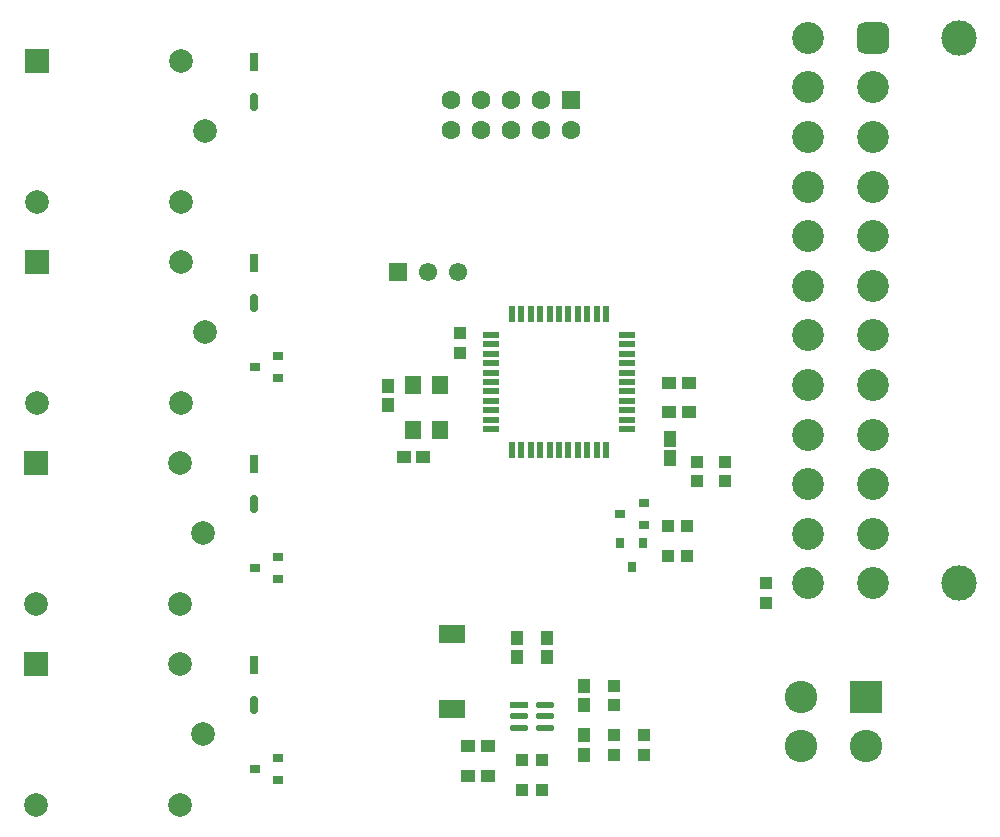
<source format=gbr>
%TF.GenerationSoftware,Altium Limited,Altium Designer,24.9.1 (31)*%
G04 Layer_Color=255*
%FSLAX45Y45*%
%MOMM*%
%TF.SameCoordinates,E37428AF-A4AF-452D-A059-51B4F3D01195*%
%TF.FilePolarity,Positive*%
%TF.FileFunction,Pads,Top*%
%TF.Part,Single*%
G01*
G75*
%TA.AperFunction,SMDPad,CuDef*%
%ADD10R,0.90000X0.80000*%
%TA.AperFunction,SMDPad,SMDef*%
%ADD11R,1.47320X0.50800*%
%ADD12R,0.50800X1.47320*%
%TA.AperFunction,SMDPad,CuDef*%
%ADD13R,1.15814X1.01213*%
%ADD14R,1.06213X1.13504*%
%ADD15R,1.13504X1.06213*%
%ADD16R,0.80000X0.90000*%
G04:AMPARAMS|DCode=17|XSize=1.55748mm|YSize=0.74248mm|CornerRadius=0.37124mm|HoleSize=0mm|Usage=FLASHONLY|Rotation=270.000|XOffset=0mm|YOffset=0mm|HoleType=Round|Shape=RoundedRectangle|*
%AMROUNDEDRECTD17*
21,1,1.55748,0.00000,0,0,270.0*
21,1,0.81501,0.74248,0,0,270.0*
1,1,0.74247,0.00000,-0.40750*
1,1,0.74247,0.00000,0.40750*
1,1,0.74247,0.00000,0.40750*
1,1,0.74247,0.00000,-0.40750*
%
%ADD17ROUNDEDRECTD17*%
%ADD18R,0.74248X1.55748*%
%ADD19R,1.40000X1.60000*%
%ADD20R,1.10620X1.35523*%
%TA.AperFunction,SMDPad,SMDef*%
%ADD21R,2.20000X1.60000*%
%TA.AperFunction,SMDPad,CuDef*%
%ADD22R,1.55439X0.57213*%
G04:AMPARAMS|DCode=23|XSize=1.55439mm|YSize=0.57213mm|CornerRadius=0.28606mm|HoleSize=0mm|Usage=FLASHONLY|Rotation=0.000|XOffset=0mm|YOffset=0mm|HoleType=Round|Shape=RoundedRectangle|*
%AMROUNDEDRECTD23*
21,1,1.55439,0.00000,0,0,0.0*
21,1,0.98226,0.57213,0,0,0.0*
1,1,0.57213,0.49113,0.00000*
1,1,0.57213,-0.49113,0.00000*
1,1,0.57213,-0.49113,0.00000*
1,1,0.57213,0.49113,0.00000*
%
%ADD23ROUNDEDRECTD23*%
%ADD24R,1.01213X1.15814*%
%TA.AperFunction,ComponentPad*%
%ADD31C,1.60000*%
%ADD32R,1.60000X1.60000*%
%ADD33C,2.00000*%
%ADD34R,2.00000X2.00000*%
%ADD35C,2.70000*%
G04:AMPARAMS|DCode=36|XSize=2.7mm|YSize=2.7mm|CornerRadius=0.675mm|HoleSize=0mm|Usage=FLASHONLY|Rotation=90.000|XOffset=0mm|YOffset=0mm|HoleType=Round|Shape=RoundedRectangle|*
%AMROUNDEDRECTD36*
21,1,2.70000,1.35000,0,0,90.0*
21,1,1.35000,2.70000,0,0,90.0*
1,1,1.35000,0.67500,0.67500*
1,1,1.35000,0.67500,-0.67500*
1,1,1.35000,-0.67500,-0.67500*
1,1,1.35000,-0.67500,0.67500*
%
%ADD36ROUNDEDRECTD36*%
%ADD37C,3.00000*%
%ADD38R,1.55000X1.55000*%
%ADD39C,1.55000*%
%ADD40R,2.75000X2.75000*%
%ADD41C,2.75000*%
D10*
X11326800Y7829799D02*
D03*
Y8019801D02*
D03*
X11126800Y7924800D02*
D03*
Y4521200D02*
D03*
X11326800Y4616201D02*
D03*
Y4426199D02*
D03*
X11126800Y6223000D02*
D03*
X11326800Y6318001D02*
D03*
Y6127999D02*
D03*
X14420000Y6584999D02*
D03*
Y6775001D02*
D03*
X14220000Y6680000D02*
D03*
D11*
X13129260Y8196580D02*
D03*
Y8117840D02*
D03*
Y8036560D02*
D03*
Y7957820D02*
D03*
Y7876540D02*
D03*
Y7797800D02*
D03*
Y7719060D02*
D03*
Y7637780D02*
D03*
Y7559040D02*
D03*
Y7477760D02*
D03*
X14277341Y7399020D02*
D03*
Y7477760D02*
D03*
Y7559040D02*
D03*
Y7637780D02*
D03*
Y7719060D02*
D03*
Y7797800D02*
D03*
Y7876540D02*
D03*
Y7957820D02*
D03*
Y8036560D02*
D03*
Y8117840D02*
D03*
Y8196580D02*
D03*
X13129260Y7399020D02*
D03*
D12*
X13304520Y7223760D02*
D03*
X13383260D02*
D03*
X13464540D02*
D03*
X13543280D02*
D03*
X13624561D02*
D03*
X13703300D02*
D03*
X13782040D02*
D03*
X13863319D02*
D03*
X13942059D02*
D03*
X14023340D02*
D03*
X14102080D02*
D03*
Y8371840D02*
D03*
X14023340D02*
D03*
X13782040D02*
D03*
X13703300D02*
D03*
X13624561D02*
D03*
X13543280D02*
D03*
X13464540D02*
D03*
X13383260D02*
D03*
X13304520D02*
D03*
X13942059D02*
D03*
X13863319D02*
D03*
D13*
X14801997Y7543800D02*
D03*
X14636603D02*
D03*
X14801997Y7785100D02*
D03*
X14636603D02*
D03*
X12554097Y7162800D02*
D03*
X12388703D02*
D03*
X13100197Y4457700D02*
D03*
X12934802D02*
D03*
X13100197Y4711700D02*
D03*
X12934802D02*
D03*
D14*
X15110001Y6958461D02*
D03*
Y7121539D02*
D03*
X14870000Y6960000D02*
D03*
Y7123079D02*
D03*
X15460001Y5928461D02*
D03*
Y6091539D02*
D03*
X14173199Y4805939D02*
D03*
Y4642861D02*
D03*
Y5061961D02*
D03*
Y5225039D02*
D03*
X12865100Y8209539D02*
D03*
Y8046461D02*
D03*
X14427200Y4805939D02*
D03*
Y4642861D02*
D03*
D15*
X14625061Y6324600D02*
D03*
X14788139D02*
D03*
X14625061Y6578600D02*
D03*
X14788139D02*
D03*
X13393161Y4597400D02*
D03*
X13556239D02*
D03*
Y4343400D02*
D03*
X13393161D02*
D03*
D16*
X14320000Y6230000D02*
D03*
X14225000Y6430000D02*
D03*
X14414999D02*
D03*
D17*
X11125200Y5062362D02*
D03*
Y6764162D02*
D03*
Y8465962D02*
D03*
Y10167762D02*
D03*
D18*
Y5402438D02*
D03*
Y7104238D02*
D03*
Y8806038D02*
D03*
Y10507838D02*
D03*
D19*
X12470699Y7391898D02*
D03*
Y7771902D02*
D03*
X12700701D02*
D03*
Y7391898D02*
D03*
D20*
X14643100Y7311146D02*
D03*
Y7156054D02*
D03*
D21*
X12801601Y5666699D02*
D03*
Y5026701D02*
D03*
D22*
X13364671Y5060701D02*
D03*
D23*
Y4965700D02*
D03*
Y4870699D02*
D03*
X13584727D02*
D03*
Y4965700D02*
D03*
Y5060701D02*
D03*
D24*
X13919200Y5060803D02*
D03*
Y5226197D02*
D03*
X12255500Y7766197D02*
D03*
Y7600803D02*
D03*
X13347701Y5467203D02*
D03*
Y5632597D02*
D03*
X13601700Y5467203D02*
D03*
Y5632597D02*
D03*
X13919200Y4641703D02*
D03*
Y4807097D02*
D03*
D31*
X12788900Y10185400D02*
D03*
X13042900D02*
D03*
X13296899D02*
D03*
X13550900D02*
D03*
X12788900Y9931400D02*
D03*
X13042900D02*
D03*
X13296899D02*
D03*
X13550900D02*
D03*
X13804900D02*
D03*
D32*
Y10185400D02*
D03*
D33*
X10693298Y6515100D02*
D03*
X10493299Y7115099D02*
D03*
Y5915101D02*
D03*
X9273301D02*
D03*
X10505999Y10518699D02*
D03*
Y9318701D02*
D03*
X9286001D02*
D03*
X10705998Y9918700D02*
D03*
X9273301Y4213301D02*
D03*
X10493299D02*
D03*
Y5413299D02*
D03*
X10693298Y4813300D02*
D03*
X9286001Y7616901D02*
D03*
X10505999D02*
D03*
Y8816899D02*
D03*
X10705998Y8216900D02*
D03*
D34*
X9273301Y7115099D02*
D03*
X9286001Y10518699D02*
D03*
X9273301Y5413299D02*
D03*
X9286001Y8816899D02*
D03*
D35*
X16361501Y6091499D02*
D03*
X15811501D02*
D03*
Y6511498D02*
D03*
Y6931503D02*
D03*
Y7351502D02*
D03*
Y7771501D02*
D03*
Y8191500D02*
D03*
Y8611499D02*
D03*
Y9031498D02*
D03*
Y9451503D02*
D03*
Y9871502D02*
D03*
Y10291501D02*
D03*
Y10711500D02*
D03*
X16361501Y6511498D02*
D03*
Y7351502D02*
D03*
Y9031498D02*
D03*
Y10291501D02*
D03*
Y9871502D02*
D03*
Y9451503D02*
D03*
Y8611499D02*
D03*
Y8191500D02*
D03*
Y7771501D02*
D03*
Y6931503D02*
D03*
D36*
Y10711500D02*
D03*
D37*
X17091502D02*
D03*
Y6091499D02*
D03*
D38*
X12344400Y8724900D02*
D03*
D39*
X12598400D02*
D03*
X12852400D02*
D03*
D40*
X16306799Y5131699D02*
D03*
D41*
X15756799D02*
D03*
X16306799Y4711700D02*
D03*
X15756799D02*
D03*
%TF.MD5,fa1e554acc2ea12bee9ea6b898005db3*%
M02*

</source>
